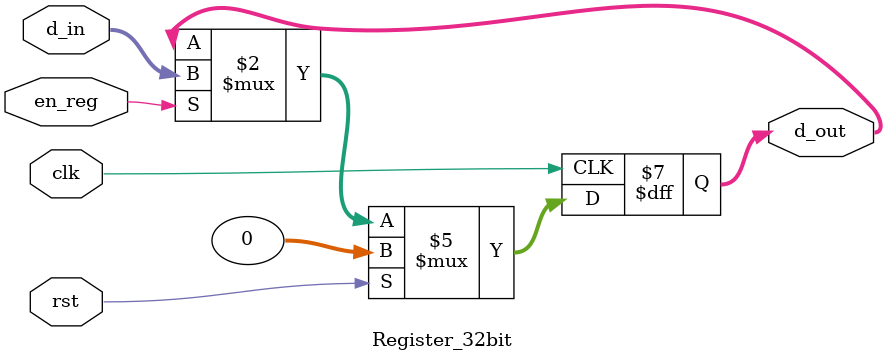
<source format=v>
/*
    Title: 32 bit Register
    Input Port
		1. clk
		2. rst: 重置訊號
		3. en_reg: 控制暫存器是否可寫入
		4. d_in: 欲寫入的暫存器資料
	Output Port
		1. d_out: 所讀取的暫存器資料
*/
`timescale 1ns/ 1ns
module Register_32bit(d_out, clk, rst, en_reg, d_in);
    input clk, rst, en_reg;
    input [31:0] d_in;
    output reg [31:0] d_out;

    always @(posedge clk) begin
        if (rst)
            d_out <= 32'b0;
        else if (en_reg)
            d_out <= d_in;
    end
endmodule
</source>
